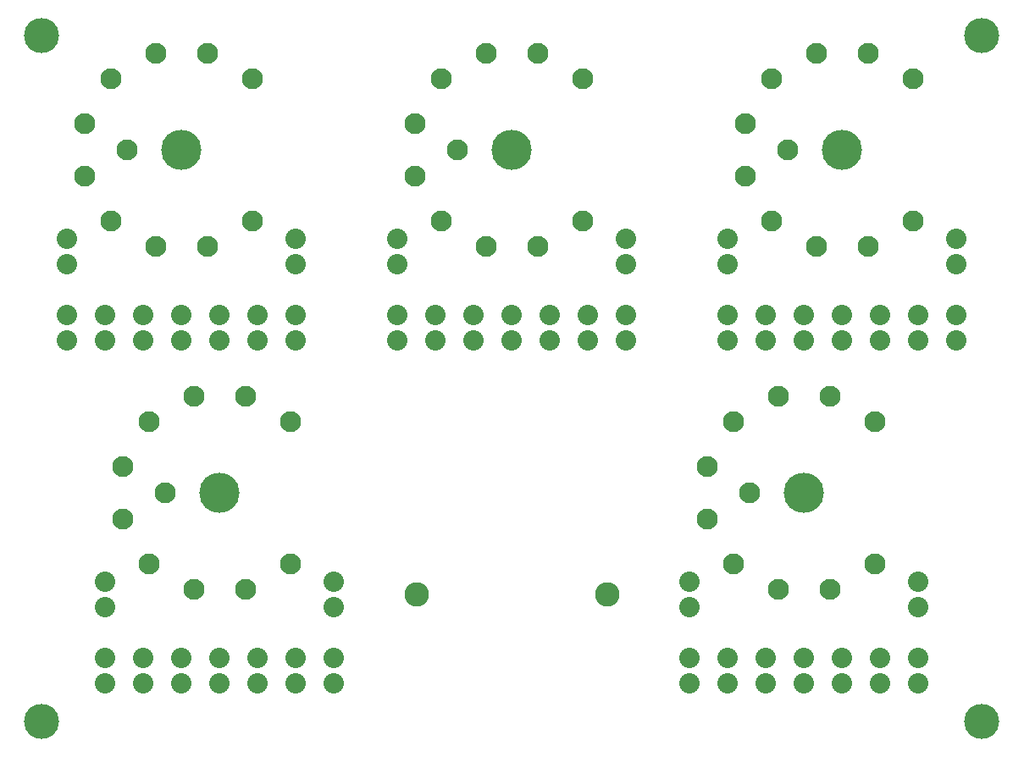
<source format=gbr>
G04 EAGLE Gerber RS-274X export*
G75*
%MOMM*%
%FSLAX34Y34*%
%LPD*%
%INSoldermask Bottom*%
%IPPOS*%
%AMOC8*
5,1,8,0,0,1.08239X$1,22.5*%
G01*
%ADD10C,4.013200*%
%ADD11C,2.100000*%
%ADD12C,2.032000*%
%ADD13C,3.505200*%
%ADD14C,2.453200*%


D10*
X177800Y609600D03*
X508000Y609600D03*
X838200Y609600D03*
X800100Y266700D03*
X215900Y266700D03*
D11*
X248511Y680311D03*
X203682Y706193D03*
X151918Y706193D03*
X122800Y609600D03*
X107089Y680311D03*
X81207Y635482D03*
X81207Y583718D03*
X107089Y538889D03*
X151918Y513007D03*
X203682Y513007D03*
X248511Y538889D03*
X578711Y680311D03*
X533882Y706193D03*
X482118Y706193D03*
X453000Y609600D03*
X437289Y680311D03*
X411407Y635482D03*
X411407Y583718D03*
X437289Y538889D03*
X482118Y513007D03*
X533882Y513007D03*
X578711Y538889D03*
X908911Y680311D03*
X864082Y706193D03*
X812318Y706193D03*
X783200Y609600D03*
X767489Y680311D03*
X741607Y635482D03*
X741607Y583718D03*
X767489Y538889D03*
X812318Y513007D03*
X864082Y513007D03*
X908911Y538889D03*
X286611Y337411D03*
X241782Y363293D03*
X190018Y363293D03*
X160900Y266700D03*
X145189Y337411D03*
X119307Y292582D03*
X119307Y240818D03*
X145189Y195989D03*
X190018Y170107D03*
X241782Y170107D03*
X286611Y195989D03*
X870811Y337411D03*
X825982Y363293D03*
X774218Y363293D03*
X745100Y266700D03*
X729389Y337411D03*
X703507Y292582D03*
X703507Y240818D03*
X729389Y195989D03*
X774218Y170107D03*
X825982Y170107D03*
X870811Y195989D03*
D12*
X292100Y444500D03*
X292100Y419100D03*
X215900Y444500D03*
X215900Y419100D03*
X139700Y444500D03*
X139700Y419100D03*
X63500Y444500D03*
X63500Y419100D03*
X63500Y520700D03*
X63500Y495300D03*
X101600Y444500D03*
X101600Y419100D03*
X177800Y444500D03*
X177800Y419100D03*
X254000Y444500D03*
X254000Y419100D03*
X292100Y520700D03*
X292100Y495300D03*
X622300Y444500D03*
X622300Y419100D03*
X546100Y444500D03*
X546100Y419100D03*
X469900Y444500D03*
X469900Y419100D03*
X393700Y444500D03*
X393700Y419100D03*
X393700Y520700D03*
X393700Y495300D03*
X431800Y444500D03*
X431800Y419100D03*
X508000Y444500D03*
X508000Y419100D03*
X584200Y444500D03*
X584200Y419100D03*
X622300Y520700D03*
X622300Y495300D03*
X952500Y444500D03*
X952500Y419100D03*
X876300Y444500D03*
X876300Y419100D03*
X800100Y444500D03*
X800100Y419100D03*
X723900Y444500D03*
X723900Y419100D03*
X723900Y520700D03*
X723900Y495300D03*
X762000Y444500D03*
X762000Y419100D03*
X838200Y444500D03*
X838200Y419100D03*
X914400Y444500D03*
X914400Y419100D03*
X952500Y520700D03*
X952500Y495300D03*
X330200Y101600D03*
X330200Y76200D03*
X254000Y101600D03*
X254000Y76200D03*
X177800Y101600D03*
X177800Y76200D03*
X101600Y101600D03*
X101600Y76200D03*
X101600Y177800D03*
X101600Y152400D03*
X139700Y101600D03*
X139700Y76200D03*
X215900Y101600D03*
X215900Y76200D03*
X292100Y101600D03*
X292100Y76200D03*
X330200Y177800D03*
X330200Y152400D03*
X914400Y101600D03*
X914400Y76200D03*
X838200Y101600D03*
X838200Y76200D03*
X762000Y101600D03*
X762000Y76200D03*
X685800Y101600D03*
X685800Y76200D03*
X685800Y177800D03*
X685800Y152400D03*
X723900Y101600D03*
X723900Y76200D03*
X800100Y101600D03*
X800100Y76200D03*
X876300Y101600D03*
X876300Y76200D03*
X914400Y177800D03*
X914400Y152400D03*
D13*
X38100Y723900D03*
X38100Y38100D03*
X977900Y38100D03*
X977900Y723900D03*
D14*
X412750Y165100D03*
X603250Y165100D03*
M02*

</source>
